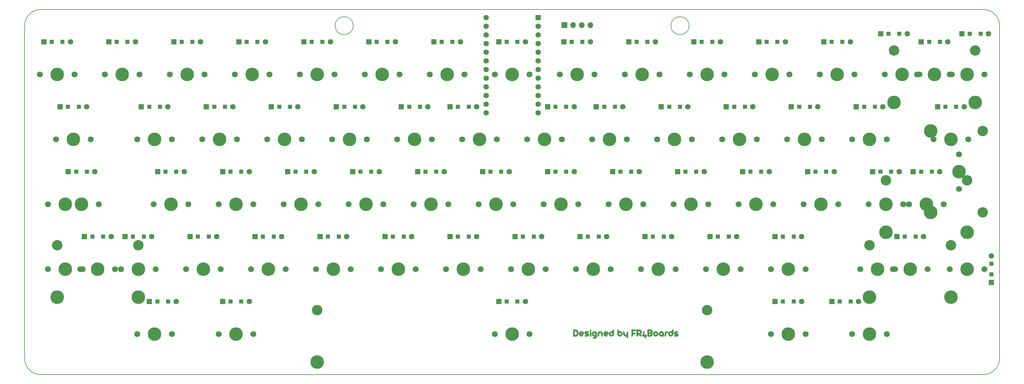
<source format=gts>
G04 #@! TF.GenerationSoftware,KiCad,Pcbnew,5.1.10-88a1d61d58~90~ubuntu21.04.1*
G04 #@! TF.CreationDate,2021-09-17T14:26:20+02:00*
G04 #@! TF.ProjectId,unix60pcb,756e6978-3630-4706-9362-2e6b69636164,rev?*
G04 #@! TF.SameCoordinates,Original*
G04 #@! TF.FileFunction,Soldermask,Top*
G04 #@! TF.FilePolarity,Negative*
%FSLAX46Y46*%
G04 Gerber Fmt 4.6, Leading zero omitted, Abs format (unit mm)*
G04 Created by KiCad (PCBNEW 5.1.10-88a1d61d58~90~ubuntu21.04.1) date 2021-09-17 14:26:20*
%MOMM*%
%LPD*%
G01*
G04 APERTURE LIST*
G04 #@! TA.AperFunction,Profile*
%ADD10C,0.150000*%
G04 #@! TD*
%ADD11C,0.010000*%
%ADD12C,1.600000*%
%ADD13R,1.600000X1.600000*%
%ADD14R,1.200000X1.200000*%
%ADD15R,1.700000X1.700000*%
%ADD16O,1.700000X1.700000*%
%ADD17C,3.987800*%
%ADD18C,1.750000*%
%ADD19C,3.048000*%
G04 APERTURE END LIST*
D10*
X260620800Y-88582500D02*
G75*
G03*
X260620800Y-88582500I-2650000J0D01*
G01*
X162196250Y-88582500D02*
G75*
G03*
X162196250Y-88582500I-2650000J0D01*
G01*
X70643750Y-83813650D02*
X346868750Y-83813650D01*
X65881250Y-88576150D02*
G75*
G02*
X70643750Y-83813650I4762500J0D01*
G01*
X346868750Y-83813650D02*
G75*
G02*
X351631250Y-88576150I0J-4762500D01*
G01*
X65881250Y-88576150D02*
X65881250Y-186207400D01*
X351631250Y-88576150D02*
X351631250Y-186207400D01*
X346868750Y-190969900D02*
X70643750Y-190969900D01*
X70643750Y-190969900D02*
G75*
G02*
X65881250Y-186207400I0J4762500D01*
G01*
X351631250Y-186207400D02*
G75*
G02*
X346868750Y-190969900I-4762500J0D01*
G01*
D11*
G36*
X231845016Y-177774200D02*
G01*
X231882697Y-177916413D01*
X231825533Y-178037333D01*
X231673424Y-178127223D01*
X231563393Y-178054187D01*
X231542590Y-178009371D01*
X231538839Y-177829615D01*
X231652118Y-177719569D01*
X231718021Y-177708984D01*
X231845016Y-177774200D01*
G37*
X231845016Y-177774200D02*
X231882697Y-177916413D01*
X231825533Y-178037333D01*
X231673424Y-178127223D01*
X231563393Y-178054187D01*
X231542590Y-178009371D01*
X231538839Y-177829615D01*
X231652118Y-177719569D01*
X231718021Y-177708984D01*
X231845016Y-177774200D01*
G36*
X256941704Y-178234077D02*
G01*
X257201170Y-178258812D01*
X257331903Y-178305922D01*
X257374450Y-178393569D01*
X257376083Y-178428650D01*
X257345043Y-178540192D01*
X257223651Y-178598691D01*
X257016250Y-178624018D01*
X256776439Y-178663183D01*
X256667886Y-178721958D01*
X256699860Y-178777891D01*
X256881626Y-178808531D01*
X256939627Y-178809650D01*
X257218263Y-178870287D01*
X257411043Y-179025648D01*
X257497401Y-179235913D01*
X257456771Y-179461258D01*
X257348249Y-179600861D01*
X257173837Y-179687549D01*
X256922322Y-179735618D01*
X256650920Y-179744162D01*
X256416843Y-179712273D01*
X256277305Y-179639043D01*
X256265256Y-179618038D01*
X256252927Y-179454487D01*
X256376418Y-179355190D01*
X256648011Y-179311893D01*
X256724913Y-179309145D01*
X257122083Y-179300640D01*
X256790046Y-179222782D01*
X256477333Y-179123617D01*
X256303114Y-178991574D01*
X256236629Y-178798922D01*
X256233083Y-178720664D01*
X256286010Y-178454352D01*
X256453483Y-178294431D01*
X256748538Y-178231949D01*
X256941704Y-178234077D01*
G37*
X256941704Y-178234077D02*
X257201170Y-178258812D01*
X257331903Y-178305922D01*
X257374450Y-178393569D01*
X257376083Y-178428650D01*
X257345043Y-178540192D01*
X257223651Y-178598691D01*
X257016250Y-178624018D01*
X256776439Y-178663183D01*
X256667886Y-178721958D01*
X256699860Y-178777891D01*
X256881626Y-178808531D01*
X256939627Y-178809650D01*
X257218263Y-178870287D01*
X257411043Y-179025648D01*
X257497401Y-179235913D01*
X257456771Y-179461258D01*
X257348249Y-179600861D01*
X257173837Y-179687549D01*
X256922322Y-179735618D01*
X256650920Y-179744162D01*
X256416843Y-179712273D01*
X256277305Y-179639043D01*
X256265256Y-179618038D01*
X256252927Y-179454487D01*
X256376418Y-179355190D01*
X256648011Y-179311893D01*
X256724913Y-179309145D01*
X257122083Y-179300640D01*
X256790046Y-179222782D01*
X256477333Y-179123617D01*
X256303114Y-178991574D01*
X256236629Y-178798922D01*
X256233083Y-178720664D01*
X256286010Y-178454352D01*
X256453483Y-178294431D01*
X256748538Y-178231949D01*
X256941704Y-178234077D01*
G36*
X255955714Y-177764587D02*
G01*
X255986331Y-177802479D01*
X256034414Y-177972532D01*
X256057600Y-178252436D01*
X256056554Y-178584650D01*
X256031943Y-178911633D01*
X255984431Y-179175844D01*
X255969904Y-179222922D01*
X255797583Y-179491727D01*
X255530390Y-179667596D01*
X255219394Y-179732947D01*
X254915661Y-179670198D01*
X254824257Y-179617356D01*
X254593853Y-179370198D01*
X254497909Y-179077154D01*
X254501395Y-179037264D01*
X254911488Y-179037264D01*
X254994064Y-179211589D01*
X255176765Y-179298736D01*
X255421825Y-179266258D01*
X255524846Y-179146969D01*
X255555750Y-178978984D01*
X255492976Y-178769239D01*
X255341345Y-178653010D01*
X255155889Y-178646021D01*
X254991641Y-178763996D01*
X254963083Y-178809650D01*
X254911488Y-179037264D01*
X254501395Y-179037264D01*
X254524154Y-178776856D01*
X254660315Y-178507936D01*
X254894122Y-178309028D01*
X255213302Y-178218765D01*
X255269076Y-178216984D01*
X255470246Y-178188412D01*
X255568371Y-178075731D01*
X255591427Y-178001691D01*
X255686356Y-177813033D01*
X255823487Y-177726078D01*
X255955714Y-177764587D01*
G37*
X255955714Y-177764587D02*
X255986331Y-177802479D01*
X256034414Y-177972532D01*
X256057600Y-178252436D01*
X256056554Y-178584650D01*
X256031943Y-178911633D01*
X255984431Y-179175844D01*
X255969904Y-179222922D01*
X255797583Y-179491727D01*
X255530390Y-179667596D01*
X255219394Y-179732947D01*
X254915661Y-179670198D01*
X254824257Y-179617356D01*
X254593853Y-179370198D01*
X254497909Y-179077154D01*
X254501395Y-179037264D01*
X254911488Y-179037264D01*
X254994064Y-179211589D01*
X255176765Y-179298736D01*
X255421825Y-179266258D01*
X255524846Y-179146969D01*
X255555750Y-178978984D01*
X255492976Y-178769239D01*
X255341345Y-178653010D01*
X255155889Y-178646021D01*
X254991641Y-178763996D01*
X254963083Y-178809650D01*
X254911488Y-179037264D01*
X254501395Y-179037264D01*
X254524154Y-178776856D01*
X254660315Y-178507936D01*
X254894122Y-178309028D01*
X255213302Y-178218765D01*
X255269076Y-178216984D01*
X255470246Y-178188412D01*
X255568371Y-178075731D01*
X255591427Y-178001691D01*
X255686356Y-177813033D01*
X255823487Y-177726078D01*
X255955714Y-177764587D01*
G36*
X254329804Y-178231183D02*
G01*
X254408027Y-178294010D01*
X254423146Y-178451181D01*
X254329002Y-178592442D01*
X254202391Y-178640317D01*
X254025788Y-178693860D01*
X253913368Y-178867739D01*
X253854021Y-179181827D01*
X253846665Y-179276705D01*
X253808824Y-179560734D01*
X253735969Y-179700217D01*
X253688954Y-179721982D01*
X253538383Y-179711169D01*
X253498454Y-179687466D01*
X253465290Y-179575643D01*
X253443740Y-179352039D01*
X253439083Y-179170026D01*
X253453285Y-178877609D01*
X253512706Y-178681442D01*
X253642563Y-178509628D01*
X253686570Y-178464471D01*
X253907169Y-178302612D01*
X254138852Y-178220769D01*
X254329804Y-178231183D01*
G37*
X254329804Y-178231183D02*
X254408027Y-178294010D01*
X254423146Y-178451181D01*
X254329002Y-178592442D01*
X254202391Y-178640317D01*
X254025788Y-178693860D01*
X253913368Y-178867739D01*
X253854021Y-179181827D01*
X253846665Y-179276705D01*
X253808824Y-179560734D01*
X253735969Y-179700217D01*
X253688954Y-179721982D01*
X253538383Y-179711169D01*
X253498454Y-179687466D01*
X253465290Y-179575643D01*
X253443740Y-179352039D01*
X253439083Y-179170026D01*
X253453285Y-178877609D01*
X253512706Y-178681442D01*
X253642563Y-178509628D01*
X253686570Y-178464471D01*
X253907169Y-178302612D01*
X254138852Y-178220769D01*
X254329804Y-178231183D01*
G36*
X252892038Y-178352912D02*
G01*
X253026554Y-178468762D01*
X253170507Y-178630304D01*
X253241754Y-178784591D01*
X253260276Y-178997016D01*
X253252874Y-179209477D01*
X253227416Y-179698414D01*
X252734575Y-179720203D01*
X252442381Y-179723881D01*
X252253682Y-179689391D01*
X252103638Y-179596937D01*
X251993741Y-179494001D01*
X251787645Y-179197465D01*
X251773073Y-179079696D01*
X252195182Y-179079696D01*
X252257125Y-179194717D01*
X252443539Y-179306521D01*
X252652322Y-179279028D01*
X252758374Y-179194717D01*
X252833449Y-178991367D01*
X252762266Y-178788170D01*
X252655916Y-178692158D01*
X252466199Y-178649108D01*
X252302135Y-178729637D01*
X252199779Y-178888311D01*
X252195182Y-179079696D01*
X251773073Y-179079696D01*
X251750170Y-178894598D01*
X251881322Y-178594290D01*
X251993237Y-178464471D01*
X252289155Y-178258553D01*
X252591275Y-178221377D01*
X252892038Y-178352912D01*
G37*
X252892038Y-178352912D02*
X253026554Y-178468762D01*
X253170507Y-178630304D01*
X253241754Y-178784591D01*
X253260276Y-178997016D01*
X253252874Y-179209477D01*
X253227416Y-179698414D01*
X252734575Y-179720203D01*
X252442381Y-179723881D01*
X252253682Y-179689391D01*
X252103638Y-179596937D01*
X251993741Y-179494001D01*
X251787645Y-179197465D01*
X251773073Y-179079696D01*
X252195182Y-179079696D01*
X252257125Y-179194717D01*
X252443539Y-179306521D01*
X252652322Y-179279028D01*
X252758374Y-179194717D01*
X252833449Y-178991367D01*
X252762266Y-178788170D01*
X252655916Y-178692158D01*
X252466199Y-178649108D01*
X252302135Y-178729637D01*
X252199779Y-178888311D01*
X252195182Y-179079696D01*
X251773073Y-179079696D01*
X251750170Y-178894598D01*
X251881322Y-178594290D01*
X251993237Y-178464471D01*
X252289155Y-178258553D01*
X252591275Y-178221377D01*
X252892038Y-178352912D01*
G36*
X251113636Y-178291184D02*
G01*
X251373992Y-178485505D01*
X251538698Y-178757527D01*
X251573723Y-178965343D01*
X251501779Y-179311447D01*
X251316933Y-179564501D01*
X251055565Y-179709420D01*
X250754055Y-179731121D01*
X250448783Y-179614520D01*
X250299903Y-179493496D01*
X250099393Y-179211464D01*
X250072767Y-179079696D01*
X250501848Y-179079696D01*
X250563792Y-179194717D01*
X250750206Y-179306521D01*
X250958988Y-179279028D01*
X251065041Y-179194717D01*
X251140116Y-178991367D01*
X251068932Y-178788170D01*
X250962583Y-178692158D01*
X250772865Y-178649108D01*
X250608802Y-178729637D01*
X250506445Y-178888311D01*
X250501848Y-179079696D01*
X250072767Y-179079696D01*
X250052416Y-178978984D01*
X250126970Y-178695495D01*
X250318198Y-178441568D01*
X250577451Y-178266698D01*
X250801407Y-178216984D01*
X251113636Y-178291184D01*
G37*
X251113636Y-178291184D02*
X251373992Y-178485505D01*
X251538698Y-178757527D01*
X251573723Y-178965343D01*
X251501779Y-179311447D01*
X251316933Y-179564501D01*
X251055565Y-179709420D01*
X250754055Y-179731121D01*
X250448783Y-179614520D01*
X250299903Y-179493496D01*
X250099393Y-179211464D01*
X250072767Y-179079696D01*
X250501848Y-179079696D01*
X250563792Y-179194717D01*
X250750206Y-179306521D01*
X250958988Y-179279028D01*
X251065041Y-179194717D01*
X251140116Y-178991367D01*
X251068932Y-178788170D01*
X250962583Y-178692158D01*
X250772865Y-178649108D01*
X250608802Y-178729637D01*
X250506445Y-178888311D01*
X250501848Y-179079696D01*
X250072767Y-179079696D01*
X250052416Y-178978984D01*
X250126970Y-178695495D01*
X250318198Y-178441568D01*
X250577451Y-178266698D01*
X250801407Y-178216984D01*
X251113636Y-178291184D01*
G36*
X249601098Y-177781834D02*
G01*
X249757277Y-177918833D01*
X249837386Y-178162727D01*
X249864274Y-178539055D01*
X249865264Y-178728019D01*
X249849739Y-179157712D01*
X249791912Y-179446414D01*
X249668233Y-179621422D01*
X249455151Y-179710036D01*
X249129117Y-179739557D01*
X248991426Y-179740984D01*
X248640421Y-179725468D01*
X248444575Y-179677494D01*
X248395627Y-179629426D01*
X248380002Y-179501961D01*
X248371809Y-179246496D01*
X248371810Y-179105984D01*
X248782416Y-179105984D01*
X248798311Y-179249954D01*
X248878720Y-179305808D01*
X249072726Y-179303787D01*
X249099916Y-179301594D01*
X249315972Y-179264280D01*
X249406096Y-179183409D01*
X249417416Y-179105984D01*
X249380980Y-178987738D01*
X249243332Y-178928280D01*
X249099916Y-178910373D01*
X248892026Y-178904275D01*
X248802582Y-178953067D01*
X248782499Y-179086988D01*
X248782416Y-179105984D01*
X248371810Y-179105984D01*
X248371813Y-178904236D01*
X248377117Y-178634593D01*
X248385111Y-178343984D01*
X248782416Y-178343984D01*
X248798311Y-178487954D01*
X248878720Y-178543808D01*
X249072726Y-178541787D01*
X249099916Y-178539594D01*
X249315972Y-178502280D01*
X249406096Y-178421409D01*
X249417416Y-178343984D01*
X249380980Y-178225738D01*
X249243332Y-178166280D01*
X249099916Y-178148373D01*
X248892026Y-178142275D01*
X248802582Y-178191067D01*
X248782499Y-178324988D01*
X248782416Y-178343984D01*
X248385111Y-178343984D01*
X248401416Y-177751317D01*
X248969134Y-177726368D01*
X249345999Y-177726192D01*
X249601098Y-177781834D01*
G37*
X249601098Y-177781834D02*
X249757277Y-177918833D01*
X249837386Y-178162727D01*
X249864274Y-178539055D01*
X249865264Y-178728019D01*
X249849739Y-179157712D01*
X249791912Y-179446414D01*
X249668233Y-179621422D01*
X249455151Y-179710036D01*
X249129117Y-179739557D01*
X248991426Y-179740984D01*
X248640421Y-179725468D01*
X248444575Y-179677494D01*
X248395627Y-179629426D01*
X248380002Y-179501961D01*
X248371809Y-179246496D01*
X248371810Y-179105984D01*
X248782416Y-179105984D01*
X248798311Y-179249954D01*
X248878720Y-179305808D01*
X249072726Y-179303787D01*
X249099916Y-179301594D01*
X249315972Y-179264280D01*
X249406096Y-179183409D01*
X249417416Y-179105984D01*
X249380980Y-178987738D01*
X249243332Y-178928280D01*
X249099916Y-178910373D01*
X248892026Y-178904275D01*
X248802582Y-178953067D01*
X248782499Y-179086988D01*
X248782416Y-179105984D01*
X248371810Y-179105984D01*
X248371813Y-178904236D01*
X248377117Y-178634593D01*
X248385111Y-178343984D01*
X248782416Y-178343984D01*
X248798311Y-178487954D01*
X248878720Y-178543808D01*
X249072726Y-178541787D01*
X249099916Y-178539594D01*
X249315972Y-178502280D01*
X249406096Y-178421409D01*
X249417416Y-178343984D01*
X249380980Y-178225738D01*
X249243332Y-178166280D01*
X249099916Y-178148373D01*
X248892026Y-178142275D01*
X248802582Y-178191067D01*
X248782499Y-178324988D01*
X248782416Y-178343984D01*
X248385111Y-178343984D01*
X248401416Y-177751317D01*
X248969134Y-177726368D01*
X249345999Y-177726192D01*
X249601098Y-177781834D01*
G36*
X246057038Y-177721470D02*
G01*
X246258791Y-177770546D01*
X246412868Y-177873632D01*
X246454488Y-177913359D01*
X246668643Y-178206835D01*
X246717270Y-178505922D01*
X246603403Y-178832395D01*
X246586568Y-178861701D01*
X246477244Y-179062795D01*
X246454490Y-179184074D01*
X246512796Y-179287832D01*
X246545568Y-179325184D01*
X246633540Y-179498242D01*
X246614960Y-179656555D01*
X246500570Y-179738933D01*
X246472580Y-179740984D01*
X246346282Y-179683951D01*
X246170505Y-179541690D01*
X246115416Y-179486984D01*
X245940104Y-179327443D01*
X245799471Y-179239174D01*
X245771492Y-179232984D01*
X245686303Y-179306318D01*
X245620905Y-179483099D01*
X245620116Y-179486984D01*
X245531020Y-179670598D01*
X245391539Y-179747059D01*
X245254008Y-179701646D01*
X245193141Y-179607059D01*
X245167501Y-179452337D01*
X245150955Y-179179468D01*
X245143505Y-178839396D01*
X245145149Y-178483062D01*
X245145552Y-178470984D01*
X245649750Y-178470984D01*
X245683558Y-178713509D01*
X245798509Y-178815928D01*
X246014888Y-178790943D01*
X246108491Y-178758258D01*
X246211513Y-178638969D01*
X246242416Y-178470984D01*
X246187495Y-178259884D01*
X246011922Y-178152549D01*
X245812158Y-178132317D01*
X245705382Y-178163301D01*
X245658331Y-178285086D01*
X245649750Y-178470984D01*
X245145552Y-178470984D01*
X245155888Y-178161410D01*
X245175722Y-177925381D01*
X245193141Y-177842908D01*
X245271112Y-177762396D01*
X245449264Y-177720538D01*
X245747323Y-177708984D01*
X246057038Y-177721470D01*
G37*
X246057038Y-177721470D02*
X246258791Y-177770546D01*
X246412868Y-177873632D01*
X246454488Y-177913359D01*
X246668643Y-178206835D01*
X246717270Y-178505922D01*
X246603403Y-178832395D01*
X246586568Y-178861701D01*
X246477244Y-179062795D01*
X246454490Y-179184074D01*
X246512796Y-179287832D01*
X246545568Y-179325184D01*
X246633540Y-179498242D01*
X246614960Y-179656555D01*
X246500570Y-179738933D01*
X246472580Y-179740984D01*
X246346282Y-179683951D01*
X246170505Y-179541690D01*
X246115416Y-179486984D01*
X245940104Y-179327443D01*
X245799471Y-179239174D01*
X245771492Y-179232984D01*
X245686303Y-179306318D01*
X245620905Y-179483099D01*
X245620116Y-179486984D01*
X245531020Y-179670598D01*
X245391539Y-179747059D01*
X245254008Y-179701646D01*
X245193141Y-179607059D01*
X245167501Y-179452337D01*
X245150955Y-179179468D01*
X245143505Y-178839396D01*
X245145149Y-178483062D01*
X245145552Y-178470984D01*
X245649750Y-178470984D01*
X245683558Y-178713509D01*
X245798509Y-178815928D01*
X246014888Y-178790943D01*
X246108491Y-178758258D01*
X246211513Y-178638969D01*
X246242416Y-178470984D01*
X246187495Y-178259884D01*
X246011922Y-178152549D01*
X245812158Y-178132317D01*
X245705382Y-178163301D01*
X245658331Y-178285086D01*
X245649750Y-178470984D01*
X245145552Y-178470984D01*
X245155888Y-178161410D01*
X245175722Y-177925381D01*
X245193141Y-177842908D01*
X245271112Y-177762396D01*
X245449264Y-177720538D01*
X245747323Y-177708984D01*
X246057038Y-177721470D01*
G36*
X244704417Y-177755316D02*
G01*
X244894913Y-177773553D01*
X244986328Y-177815385D01*
X245013754Y-177890169D01*
X245014750Y-177920650D01*
X244990559Y-178022258D01*
X244891167Y-178079028D01*
X244676344Y-178108602D01*
X244570250Y-178115575D01*
X244311681Y-178136112D01*
X244179779Y-178176583D01*
X244132000Y-178263326D01*
X244125750Y-178390741D01*
X244140138Y-178552356D01*
X244216004Y-178623094D01*
X244402401Y-178640096D01*
X244455358Y-178640317D01*
X244681325Y-178665429D01*
X244813563Y-178729004D01*
X244823886Y-178746150D01*
X244833323Y-178931014D01*
X244694953Y-179036074D01*
X244462472Y-179063650D01*
X244249658Y-179074534D01*
X244152207Y-179139439D01*
X244116242Y-179306748D01*
X244109694Y-179380446D01*
X244053015Y-179594363D01*
X243948195Y-179723718D01*
X243831378Y-179743462D01*
X243741361Y-179635684D01*
X243724725Y-179505449D01*
X243715738Y-179247578D01*
X243715267Y-178903633D01*
X243720450Y-178634593D01*
X243744750Y-177751317D01*
X244379750Y-177751317D01*
X244704417Y-177755316D01*
G37*
X244704417Y-177755316D02*
X244894913Y-177773553D01*
X244986328Y-177815385D01*
X245013754Y-177890169D01*
X245014750Y-177920650D01*
X244990559Y-178022258D01*
X244891167Y-178079028D01*
X244676344Y-178108602D01*
X244570250Y-178115575D01*
X244311681Y-178136112D01*
X244179779Y-178176583D01*
X244132000Y-178263326D01*
X244125750Y-178390741D01*
X244140138Y-178552356D01*
X244216004Y-178623094D01*
X244402401Y-178640096D01*
X244455358Y-178640317D01*
X244681325Y-178665429D01*
X244813563Y-178729004D01*
X244823886Y-178746150D01*
X244833323Y-178931014D01*
X244694953Y-179036074D01*
X244462472Y-179063650D01*
X244249658Y-179074534D01*
X244152207Y-179139439D01*
X244116242Y-179306748D01*
X244109694Y-179380446D01*
X244053015Y-179594363D01*
X243948195Y-179723718D01*
X243831378Y-179743462D01*
X243741361Y-179635684D01*
X243724725Y-179505449D01*
X243715738Y-179247578D01*
X243715267Y-178903633D01*
X243720450Y-178634593D01*
X243744750Y-177751317D01*
X244379750Y-177751317D01*
X244704417Y-177755316D01*
G36*
X239828642Y-177780712D02*
G01*
X239943840Y-177919955D01*
X239977083Y-178089916D01*
X240000980Y-178207325D01*
X240104611Y-178244671D01*
X240270953Y-178233340D01*
X240566142Y-178276253D01*
X240828849Y-178446551D01*
X241014179Y-178702743D01*
X241077750Y-178978984D01*
X241001490Y-179268529D01*
X240805146Y-179523654D01*
X240537365Y-179695710D01*
X240315750Y-179740984D01*
X240023852Y-179665426D01*
X239801237Y-179493496D01*
X239680065Y-179361552D01*
X239606629Y-179232833D01*
X239573130Y-179079696D01*
X240003182Y-179079696D01*
X240065125Y-179194717D01*
X240251539Y-179306521D01*
X240460322Y-179279028D01*
X240566374Y-179194717D01*
X240641449Y-178991367D01*
X240570266Y-178788170D01*
X240463916Y-178692158D01*
X240274199Y-178649108D01*
X240110135Y-178729637D01*
X240007779Y-178888311D01*
X240003182Y-179079696D01*
X239573130Y-179079696D01*
X239569039Y-179060999D01*
X239555406Y-178799709D01*
X239553750Y-178528888D01*
X239562032Y-178146531D01*
X239589413Y-177907989D01*
X239639695Y-177788440D01*
X239670432Y-177766991D01*
X239828642Y-177780712D01*
G37*
X239828642Y-177780712D02*
X239943840Y-177919955D01*
X239977083Y-178089916D01*
X240000980Y-178207325D01*
X240104611Y-178244671D01*
X240270953Y-178233340D01*
X240566142Y-178276253D01*
X240828849Y-178446551D01*
X241014179Y-178702743D01*
X241077750Y-178978984D01*
X241001490Y-179268529D01*
X240805146Y-179523654D01*
X240537365Y-179695710D01*
X240315750Y-179740984D01*
X240023852Y-179665426D01*
X239801237Y-179493496D01*
X239680065Y-179361552D01*
X239606629Y-179232833D01*
X239573130Y-179079696D01*
X240003182Y-179079696D01*
X240065125Y-179194717D01*
X240251539Y-179306521D01*
X240460322Y-179279028D01*
X240566374Y-179194717D01*
X240641449Y-178991367D01*
X240570266Y-178788170D01*
X240463916Y-178692158D01*
X240274199Y-178649108D01*
X240110135Y-178729637D01*
X240007779Y-178888311D01*
X240003182Y-179079696D01*
X239573130Y-179079696D01*
X239569039Y-179060999D01*
X239555406Y-178799709D01*
X239553750Y-178528888D01*
X239562032Y-178146531D01*
X239589413Y-177907989D01*
X239639695Y-177788440D01*
X239670432Y-177766991D01*
X239828642Y-177780712D01*
G36*
X238492572Y-177765626D02*
G01*
X238544901Y-177830198D01*
X238576195Y-177977498D01*
X238594913Y-178239992D01*
X238604592Y-178495320D01*
X238613739Y-178854693D01*
X238605659Y-179089453D01*
X238570213Y-179244170D01*
X238497259Y-179363417D01*
X238378272Y-179490154D01*
X238080910Y-179697965D01*
X237778366Y-179737099D01*
X237478528Y-179607530D01*
X237345903Y-179493496D01*
X237139851Y-179198086D01*
X237125239Y-179079696D01*
X237547848Y-179079696D01*
X237609792Y-179194717D01*
X237796206Y-179306521D01*
X238004988Y-179279028D01*
X238111041Y-179194717D01*
X238186116Y-178991367D01*
X238114932Y-178788170D01*
X238008583Y-178692158D01*
X237818865Y-178649108D01*
X237654802Y-178729637D01*
X237552445Y-178888311D01*
X237547848Y-179079696D01*
X237125239Y-179079696D01*
X237102669Y-178896834D01*
X237234306Y-178595696D01*
X237354879Y-178455495D01*
X237559425Y-178285123D01*
X237751139Y-178226502D01*
X237901151Y-178232866D01*
X238097931Y-178242049D01*
X238184353Y-178179875D01*
X238216188Y-178009008D01*
X238266545Y-177817115D01*
X238384095Y-177752389D01*
X238410750Y-177751317D01*
X238492572Y-177765626D01*
G37*
X238492572Y-177765626D02*
X238544901Y-177830198D01*
X238576195Y-177977498D01*
X238594913Y-178239992D01*
X238604592Y-178495320D01*
X238613739Y-178854693D01*
X238605659Y-179089453D01*
X238570213Y-179244170D01*
X238497259Y-179363417D01*
X238378272Y-179490154D01*
X238080910Y-179697965D01*
X237778366Y-179737099D01*
X237478528Y-179607530D01*
X237345903Y-179493496D01*
X237139851Y-179198086D01*
X237125239Y-179079696D01*
X237547848Y-179079696D01*
X237609792Y-179194717D01*
X237796206Y-179306521D01*
X238004988Y-179279028D01*
X238111041Y-179194717D01*
X238186116Y-178991367D01*
X238114932Y-178788170D01*
X238008583Y-178692158D01*
X237818865Y-178649108D01*
X237654802Y-178729637D01*
X237552445Y-178888311D01*
X237547848Y-179079696D01*
X237125239Y-179079696D01*
X237102669Y-178896834D01*
X237234306Y-178595696D01*
X237354879Y-178455495D01*
X237559425Y-178285123D01*
X237751139Y-178226502D01*
X237901151Y-178232866D01*
X238097931Y-178242049D01*
X238184353Y-178179875D01*
X238216188Y-178009008D01*
X238266545Y-177817115D01*
X238384095Y-177752389D01*
X238410750Y-177751317D01*
X238492572Y-177765626D01*
G36*
X236503003Y-178279609D02*
G01*
X236742903Y-178438232D01*
X236924495Y-178648970D01*
X237000825Y-178867939D01*
X236998544Y-178914932D01*
X236963123Y-179024050D01*
X236868377Y-179089601D01*
X236673235Y-179129756D01*
X236463416Y-179151724D01*
X236201208Y-179185595D01*
X236074098Y-179225407D01*
X236085654Y-179259735D01*
X236271225Y-179300098D01*
X236420850Y-179298662D01*
X236596760Y-179326053D01*
X236658776Y-179434505D01*
X236633142Y-179612047D01*
X236494402Y-179715049D01*
X236282726Y-179740938D01*
X236038287Y-179687144D01*
X235801256Y-179551095D01*
X235737237Y-179493496D01*
X235536727Y-179211464D01*
X235489750Y-178978984D01*
X235556647Y-178724984D01*
X236040083Y-178724984D01*
X236073505Y-178784648D01*
X236239233Y-178809572D01*
X236251750Y-178809650D01*
X236423853Y-178787105D01*
X236465662Y-178729013D01*
X236463416Y-178724984D01*
X236343645Y-178653118D01*
X236251750Y-178640317D01*
X236091755Y-178680358D01*
X236040083Y-178724984D01*
X235556647Y-178724984D01*
X235566009Y-178689438D01*
X235762353Y-178434313D01*
X236030134Y-178262257D01*
X236251750Y-178216983D01*
X236503003Y-178279609D01*
G37*
X236503003Y-178279609D02*
X236742903Y-178438232D01*
X236924495Y-178648970D01*
X237000825Y-178867939D01*
X236998544Y-178914932D01*
X236963123Y-179024050D01*
X236868377Y-179089601D01*
X236673235Y-179129756D01*
X236463416Y-179151724D01*
X236201208Y-179185595D01*
X236074098Y-179225407D01*
X236085654Y-179259735D01*
X236271225Y-179300098D01*
X236420850Y-179298662D01*
X236596760Y-179326053D01*
X236658776Y-179434505D01*
X236633142Y-179612047D01*
X236494402Y-179715049D01*
X236282726Y-179740938D01*
X236038287Y-179687144D01*
X235801256Y-179551095D01*
X235737237Y-179493496D01*
X235536727Y-179211464D01*
X235489750Y-178978984D01*
X235556647Y-178724984D01*
X236040083Y-178724984D01*
X236073505Y-178784648D01*
X236239233Y-178809572D01*
X236251750Y-178809650D01*
X236423853Y-178787105D01*
X236465662Y-178729013D01*
X236463416Y-178724984D01*
X236343645Y-178653118D01*
X236251750Y-178640317D01*
X236091755Y-178680358D01*
X236040083Y-178724984D01*
X235556647Y-178724984D01*
X235566009Y-178689438D01*
X235762353Y-178434313D01*
X236030134Y-178262257D01*
X236251750Y-178216983D01*
X236503003Y-178279609D01*
G36*
X234822007Y-178290748D02*
G01*
X235077220Y-178468762D01*
X235221158Y-178630280D01*
X235292409Y-178784541D01*
X235310945Y-178996920D01*
X235303541Y-179209595D01*
X235281503Y-179488057D01*
X235242194Y-179636075D01*
X235170128Y-179692534D01*
X235108750Y-179698650D01*
X235006943Y-179673193D01*
X234946165Y-179570618D01*
X234908213Y-179351621D01*
X234897083Y-179241594D01*
X234821803Y-178883280D01*
X234694464Y-178674348D01*
X234542500Y-178614826D01*
X234393346Y-178704746D01*
X234274438Y-178944136D01*
X234219750Y-179240860D01*
X234173161Y-179541334D01*
X234099223Y-179694018D01*
X234046288Y-179722010D01*
X233895712Y-179711170D01*
X233855788Y-179687466D01*
X233814052Y-179558383D01*
X233798634Y-179323078D01*
X233806916Y-179042176D01*
X233836283Y-178776298D01*
X233884119Y-178586067D01*
X233904942Y-178548313D01*
X234177880Y-178312914D01*
X234496525Y-178226180D01*
X234822007Y-178290748D01*
G37*
X234822007Y-178290748D02*
X235077220Y-178468762D01*
X235221158Y-178630280D01*
X235292409Y-178784541D01*
X235310945Y-178996920D01*
X235303541Y-179209595D01*
X235281503Y-179488057D01*
X235242194Y-179636075D01*
X235170128Y-179692534D01*
X235108750Y-179698650D01*
X235006943Y-179673193D01*
X234946165Y-179570618D01*
X234908213Y-179351621D01*
X234897083Y-179241594D01*
X234821803Y-178883280D01*
X234694464Y-178674348D01*
X234542500Y-178614826D01*
X234393346Y-178704746D01*
X234274438Y-178944136D01*
X234219750Y-179240860D01*
X234173161Y-179541334D01*
X234099223Y-179694018D01*
X234046288Y-179722010D01*
X233895712Y-179711170D01*
X233855788Y-179687466D01*
X233814052Y-179558383D01*
X233798634Y-179323078D01*
X233806916Y-179042176D01*
X233836283Y-178776298D01*
X233884119Y-178586067D01*
X233904942Y-178548313D01*
X234177880Y-178312914D01*
X234496525Y-178226180D01*
X234822007Y-178290748D01*
G36*
X231799460Y-178257741D02*
G01*
X231856331Y-178310479D01*
X231896446Y-178459200D01*
X231921930Y-178717000D01*
X231931585Y-179024160D01*
X231924212Y-179320958D01*
X231898612Y-179547675D01*
X231882358Y-179607059D01*
X231767370Y-179726909D01*
X231612775Y-179718821D01*
X231566861Y-179684539D01*
X231540221Y-179578552D01*
X231520355Y-179348365D01*
X231510789Y-179039080D01*
X231510416Y-178962215D01*
X231517374Y-178611142D01*
X231542465Y-178395489D01*
X231592013Y-178281752D01*
X231645961Y-178244322D01*
X231799460Y-178257741D01*
G37*
X231799460Y-178257741D02*
X231856331Y-178310479D01*
X231896446Y-178459200D01*
X231921930Y-178717000D01*
X231931585Y-179024160D01*
X231924212Y-179320958D01*
X231898612Y-179547675D01*
X231882358Y-179607059D01*
X231767370Y-179726909D01*
X231612775Y-179718821D01*
X231566861Y-179684539D01*
X231540221Y-179578552D01*
X231520355Y-179348365D01*
X231510789Y-179039080D01*
X231510416Y-178962215D01*
X231517374Y-178611142D01*
X231542465Y-178395489D01*
X231592013Y-178281752D01*
X231645961Y-178244322D01*
X231799460Y-178257741D01*
G36*
X231058340Y-178245641D02*
G01*
X231190125Y-178318058D01*
X231198408Y-178333666D01*
X231188334Y-178491993D01*
X231033227Y-178598490D01*
X230752877Y-178640161D01*
X230731483Y-178640317D01*
X230525752Y-178660016D01*
X230415586Y-178708937D01*
X230409750Y-178724984D01*
X230483875Y-178782206D01*
X230664849Y-178809312D01*
X230689901Y-178809650D01*
X230934644Y-178843125D01*
X231123817Y-178922086D01*
X231246902Y-179103801D01*
X231269345Y-179342659D01*
X231191145Y-179559623D01*
X231123817Y-179628547D01*
X230957540Y-179692044D01*
X230706870Y-179729093D01*
X230431071Y-179738397D01*
X230189402Y-179718655D01*
X230041126Y-179668568D01*
X230026457Y-179652608D01*
X230019132Y-179515109D01*
X230147282Y-179397514D01*
X230377084Y-179323082D01*
X230525950Y-179309145D01*
X230875416Y-179300640D01*
X230536750Y-179222638D01*
X230230538Y-179096570D01*
X230039238Y-178904619D01*
X229977197Y-178678182D01*
X230058761Y-178448654D01*
X230141250Y-178357106D01*
X230313492Y-178271631D01*
X230562262Y-178223708D01*
X230829798Y-178214618D01*
X231058340Y-178245641D01*
G37*
X231058340Y-178245641D02*
X231190125Y-178318058D01*
X231198408Y-178333666D01*
X231188334Y-178491993D01*
X231033227Y-178598490D01*
X230752877Y-178640161D01*
X230731483Y-178640317D01*
X230525752Y-178660016D01*
X230415586Y-178708937D01*
X230409750Y-178724984D01*
X230483875Y-178782206D01*
X230664849Y-178809312D01*
X230689901Y-178809650D01*
X230934644Y-178843125D01*
X231123817Y-178922086D01*
X231246902Y-179103801D01*
X231269345Y-179342659D01*
X231191145Y-179559623D01*
X231123817Y-179628547D01*
X230957540Y-179692044D01*
X230706870Y-179729093D01*
X230431071Y-179738397D01*
X230189402Y-179718655D01*
X230041126Y-179668568D01*
X230026457Y-179652608D01*
X230019132Y-179515109D01*
X230147282Y-179397514D01*
X230377084Y-179323082D01*
X230525950Y-179309145D01*
X230875416Y-179300640D01*
X230536750Y-179222638D01*
X230230538Y-179096570D01*
X230039238Y-178904619D01*
X229977197Y-178678182D01*
X230058761Y-178448654D01*
X230141250Y-178357106D01*
X230313492Y-178271631D01*
X230562262Y-178223708D01*
X230829798Y-178214618D01*
X231058340Y-178245641D01*
G36*
X229459662Y-178362699D02*
G01*
X229561116Y-178439988D01*
X229748935Y-178641978D01*
X229803571Y-178837902D01*
X229800446Y-178884488D01*
X229772552Y-179008793D01*
X229697561Y-179080828D01*
X229533755Y-179121216D01*
X229266750Y-179148317D01*
X228990140Y-179182616D01*
X228860720Y-179225456D01*
X228869395Y-179262121D01*
X229033657Y-179299353D01*
X229177207Y-179284106D01*
X229395756Y-179298735D01*
X229486699Y-179369964D01*
X229550420Y-179489909D01*
X229478477Y-179592072D01*
X229437871Y-179623145D01*
X229152445Y-179736458D01*
X228845708Y-179695982D01*
X228554348Y-179507019D01*
X228540570Y-179493496D01*
X228334779Y-179197107D01*
X228297601Y-178894180D01*
X228371631Y-178724984D01*
X228843416Y-178724984D01*
X228876838Y-178784648D01*
X229042566Y-178809572D01*
X229055083Y-178809650D01*
X229227186Y-178787105D01*
X229268996Y-178729013D01*
X229266750Y-178724984D01*
X229146978Y-178653118D01*
X229055083Y-178640317D01*
X228895088Y-178680358D01*
X228843416Y-178724984D01*
X228371631Y-178724984D01*
X228429034Y-178593790D01*
X228540570Y-178464471D01*
X228834933Y-178261866D01*
X229142266Y-178227919D01*
X229459662Y-178362699D01*
G37*
X229459662Y-178362699D02*
X229561116Y-178439988D01*
X229748935Y-178641978D01*
X229803571Y-178837902D01*
X229800446Y-178884488D01*
X229772552Y-179008793D01*
X229697561Y-179080828D01*
X229533755Y-179121216D01*
X229266750Y-179148317D01*
X228990140Y-179182616D01*
X228860720Y-179225456D01*
X228869395Y-179262121D01*
X229033657Y-179299353D01*
X229177207Y-179284106D01*
X229395756Y-179298735D01*
X229486699Y-179369964D01*
X229550420Y-179489909D01*
X229478477Y-179592072D01*
X229437871Y-179623145D01*
X229152445Y-179736458D01*
X228845708Y-179695982D01*
X228554348Y-179507019D01*
X228540570Y-179493496D01*
X228334779Y-179197107D01*
X228297601Y-178894180D01*
X228371631Y-178724984D01*
X228843416Y-178724984D01*
X228876838Y-178784648D01*
X229042566Y-178809572D01*
X229055083Y-178809650D01*
X229227186Y-178787105D01*
X229268996Y-178729013D01*
X229266750Y-178724984D01*
X229146978Y-178653118D01*
X229055083Y-178640317D01*
X228895088Y-178680358D01*
X228843416Y-178724984D01*
X228371631Y-178724984D01*
X228429034Y-178593790D01*
X228540570Y-178464471D01*
X228834933Y-178261866D01*
X229142266Y-178227919D01*
X229459662Y-178362699D01*
G36*
X227500359Y-177723676D02*
G01*
X227708813Y-177780406D01*
X227879434Y-177898154D01*
X227899720Y-177916607D01*
X228018888Y-178044428D01*
X228086427Y-178184689D01*
X228116619Y-178388916D01*
X228123742Y-178708636D01*
X228123750Y-178724984D01*
X228117268Y-179050547D01*
X228088305Y-179258503D01*
X228022580Y-179400376D01*
X227905813Y-179527693D01*
X227899720Y-179533360D01*
X227727658Y-179660202D01*
X227524510Y-179722947D01*
X227224657Y-179740903D01*
X227194164Y-179740984D01*
X226921998Y-179731763D01*
X226723299Y-179707962D01*
X226656194Y-179684539D01*
X226631057Y-179578510D01*
X226613417Y-179347720D01*
X226603397Y-179036582D01*
X226601351Y-178724984D01*
X227023083Y-178724984D01*
X227025546Y-179034467D01*
X227042790Y-179211568D01*
X227089596Y-179293240D01*
X227180743Y-179316432D01*
X227260149Y-179317650D01*
X227471699Y-179283341D01*
X227598816Y-179216050D01*
X227660355Y-179074411D01*
X227696456Y-178836435D01*
X227700416Y-178724983D01*
X227669324Y-178402814D01*
X227563692Y-178215501D01*
X227364990Y-178138100D01*
X227260149Y-178132317D01*
X227136356Y-178138475D01*
X227065516Y-178181586D01*
X227032847Y-178298599D01*
X227023570Y-178526467D01*
X227023083Y-178724984D01*
X226601351Y-178724984D01*
X226601118Y-178689509D01*
X226606701Y-178350913D01*
X226620270Y-178065206D01*
X226641945Y-177876800D01*
X226651141Y-177842908D01*
X226731468Y-177761033D01*
X226914894Y-177719294D01*
X227189111Y-177708984D01*
X227500359Y-177723676D01*
G37*
X227500359Y-177723676D02*
X227708813Y-177780406D01*
X227879434Y-177898154D01*
X227899720Y-177916607D01*
X228018888Y-178044428D01*
X228086427Y-178184689D01*
X228116619Y-178388916D01*
X228123742Y-178708636D01*
X228123750Y-178724984D01*
X228117268Y-179050547D01*
X228088305Y-179258503D01*
X228022580Y-179400376D01*
X227905813Y-179527693D01*
X227899720Y-179533360D01*
X227727658Y-179660202D01*
X227524510Y-179722947D01*
X227224657Y-179740903D01*
X227194164Y-179740984D01*
X226921998Y-179731763D01*
X226723299Y-179707962D01*
X226656194Y-179684539D01*
X226631057Y-179578510D01*
X226613417Y-179347720D01*
X226603397Y-179036582D01*
X226601351Y-178724984D01*
X227023083Y-178724984D01*
X227025546Y-179034467D01*
X227042790Y-179211568D01*
X227089596Y-179293240D01*
X227180743Y-179316432D01*
X227260149Y-179317650D01*
X227471699Y-179283341D01*
X227598816Y-179216050D01*
X227660355Y-179074411D01*
X227696456Y-178836435D01*
X227700416Y-178724983D01*
X227669324Y-178402814D01*
X227563692Y-178215501D01*
X227364990Y-178138100D01*
X227260149Y-178132317D01*
X227136356Y-178138475D01*
X227065516Y-178181586D01*
X227032847Y-178298599D01*
X227023570Y-178526467D01*
X227023083Y-178724984D01*
X226601351Y-178724984D01*
X226601118Y-178689509D01*
X226606701Y-178350913D01*
X226620270Y-178065206D01*
X226641945Y-177876800D01*
X226651141Y-177842908D01*
X226731468Y-177761033D01*
X226914894Y-177719294D01*
X227189111Y-177708984D01*
X227500359Y-177723676D01*
G36*
X247550785Y-178357183D02*
G01*
X247526828Y-178610838D01*
X247470787Y-178807532D01*
X247399048Y-179058125D01*
X247368612Y-179238803D01*
X247376918Y-179295040D01*
X247479529Y-179296541D01*
X247642480Y-179231344D01*
X247810091Y-179164292D01*
X247936668Y-179205853D01*
X248039231Y-179298835D01*
X248160432Y-179453963D01*
X248159277Y-179596226D01*
X248125326Y-179674547D01*
X248038122Y-179895706D01*
X248002642Y-180036345D01*
X247918845Y-180183085D01*
X247773395Y-180241248D01*
X247656454Y-180195466D01*
X247609541Y-180071725D01*
X247597083Y-179938539D01*
X247576288Y-179811213D01*
X247482683Y-179754402D01*
X247269435Y-179741000D01*
X247255759Y-179740984D01*
X247000073Y-179711751D01*
X246872624Y-179630896D01*
X246869396Y-179623615D01*
X246867955Y-179474853D01*
X246916854Y-179228284D01*
X247000023Y-178933559D01*
X247101396Y-178640330D01*
X247204902Y-178398250D01*
X247294474Y-178256971D01*
X247316689Y-178241485D01*
X247480057Y-178231560D01*
X247550785Y-178357183D01*
G37*
X247550785Y-178357183D02*
X247526828Y-178610838D01*
X247470787Y-178807532D01*
X247399048Y-179058125D01*
X247368612Y-179238803D01*
X247376918Y-179295040D01*
X247479529Y-179296541D01*
X247642480Y-179231344D01*
X247810091Y-179164292D01*
X247936668Y-179205853D01*
X248039231Y-179298835D01*
X248160432Y-179453963D01*
X248159277Y-179596226D01*
X248125326Y-179674547D01*
X248038122Y-179895706D01*
X248002642Y-180036345D01*
X247918845Y-180183085D01*
X247773395Y-180241248D01*
X247656454Y-180195466D01*
X247609541Y-180071725D01*
X247597083Y-179938539D01*
X247576288Y-179811213D01*
X247482683Y-179754402D01*
X247269435Y-179741000D01*
X247255759Y-179740984D01*
X247000073Y-179711751D01*
X246872624Y-179630896D01*
X246869396Y-179623615D01*
X246867955Y-179474853D01*
X246916854Y-179228284D01*
X247000023Y-178933559D01*
X247101396Y-178640330D01*
X247204902Y-178398250D01*
X247294474Y-178256971D01*
X247316689Y-178241485D01*
X247480057Y-178231560D01*
X247550785Y-178357183D01*
G36*
X242632208Y-178269653D02*
G01*
X242680508Y-178319773D01*
X242709308Y-178438339D01*
X242723599Y-178654018D01*
X242728372Y-178995473D01*
X242728750Y-179231824D01*
X242725613Y-179657682D01*
X242713620Y-179942444D01*
X242688893Y-180114271D01*
X242647556Y-180201327D01*
X242591236Y-180230814D01*
X242448170Y-180186855D01*
X242400736Y-180119215D01*
X242352665Y-179909519D01*
X242347750Y-179835727D01*
X242313162Y-179739535D01*
X242181106Y-179714324D01*
X242053879Y-179724627D01*
X241831317Y-179722077D01*
X241646795Y-179631111D01*
X241499254Y-179498180D01*
X241350418Y-179332751D01*
X241276388Y-179178728D01*
X241256440Y-178970069D01*
X241263958Y-178748372D01*
X241285996Y-178469910D01*
X241325305Y-178321892D01*
X241397371Y-178265433D01*
X241458750Y-178259317D01*
X241560556Y-178284774D01*
X241621334Y-178387349D01*
X241659286Y-178606346D01*
X241670416Y-178716373D01*
X241745710Y-179074838D01*
X241873051Y-179283780D01*
X242025009Y-179343200D01*
X242174152Y-179253098D01*
X242293049Y-179013473D01*
X242347750Y-178716373D01*
X242382043Y-178447947D01*
X242432865Y-178309541D01*
X242518418Y-178261851D01*
X242559416Y-178259317D01*
X242632208Y-178269653D01*
G37*
X242632208Y-178269653D02*
X242680508Y-178319773D01*
X242709308Y-178438339D01*
X242723599Y-178654018D01*
X242728372Y-178995473D01*
X242728750Y-179231824D01*
X242725613Y-179657682D01*
X242713620Y-179942444D01*
X242688893Y-180114271D01*
X242647556Y-180201327D01*
X242591236Y-180230814D01*
X242448170Y-180186855D01*
X242400736Y-180119215D01*
X242352665Y-179909519D01*
X242347750Y-179835727D01*
X242313162Y-179739535D01*
X242181106Y-179714324D01*
X242053879Y-179724627D01*
X241831317Y-179722077D01*
X241646795Y-179631111D01*
X241499254Y-179498180D01*
X241350418Y-179332751D01*
X241276388Y-179178728D01*
X241256440Y-178970069D01*
X241263958Y-178748372D01*
X241285996Y-178469910D01*
X241325305Y-178321892D01*
X241397371Y-178265433D01*
X241458750Y-178259317D01*
X241560556Y-178284774D01*
X241621334Y-178387349D01*
X241659286Y-178606346D01*
X241670416Y-178716373D01*
X241745710Y-179074838D01*
X241873051Y-179283780D01*
X242025009Y-179343200D01*
X242174152Y-179253098D01*
X242293049Y-179013473D01*
X242347750Y-178716373D01*
X242382043Y-178447947D01*
X242432865Y-178309541D01*
X242518418Y-178261851D01*
X242559416Y-178259317D01*
X242632208Y-178269653D01*
G36*
X233234632Y-178336629D02*
G01*
X233338180Y-178413566D01*
X233455662Y-178530210D01*
X233526522Y-178661493D01*
X233564531Y-178854589D01*
X233583457Y-179156675D01*
X233587198Y-179266792D01*
X233591730Y-179614439D01*
X233572965Y-179840511D01*
X233522046Y-179992148D01*
X233430116Y-180116493D01*
X233426879Y-180120026D01*
X233240245Y-180251979D01*
X232990254Y-180343626D01*
X232729788Y-180386624D01*
X232511731Y-180372625D01*
X232388964Y-180293285D01*
X232385059Y-180284433D01*
X232392237Y-180113552D01*
X232562205Y-179988435D01*
X232832658Y-179918549D01*
X233072076Y-179856849D01*
X233171688Y-179787601D01*
X233126842Y-179734500D01*
X232932889Y-179721244D01*
X232870458Y-179725960D01*
X232529614Y-179686929D01*
X232275124Y-179512748D01*
X232130302Y-179225432D01*
X232116084Y-179097063D01*
X232534712Y-179097063D01*
X232598696Y-179240145D01*
X232632250Y-179261577D01*
X232892662Y-179305922D01*
X233079229Y-179207344D01*
X233119083Y-179148317D01*
X233162988Y-178936190D01*
X233088440Y-178760939D01*
X232937567Y-178657429D01*
X232752499Y-178660526D01*
X232628016Y-178741917D01*
X232544269Y-178904483D01*
X232534712Y-179097063D01*
X232116084Y-179097063D01*
X232105776Y-179003999D01*
X232177321Y-178657481D01*
X232361689Y-178400378D01*
X232623171Y-178249795D01*
X232926055Y-178222843D01*
X233234632Y-178336629D01*
G37*
X233234632Y-178336629D02*
X233338180Y-178413566D01*
X233455662Y-178530210D01*
X233526522Y-178661493D01*
X233564531Y-178854589D01*
X233583457Y-179156675D01*
X233587198Y-179266792D01*
X233591730Y-179614439D01*
X233572965Y-179840511D01*
X233522046Y-179992148D01*
X233430116Y-180116493D01*
X233426879Y-180120026D01*
X233240245Y-180251979D01*
X232990254Y-180343626D01*
X232729788Y-180386624D01*
X232511731Y-180372625D01*
X232388964Y-180293285D01*
X232385059Y-180284433D01*
X232392237Y-180113552D01*
X232562205Y-179988435D01*
X232832658Y-179918549D01*
X233072076Y-179856849D01*
X233171688Y-179787601D01*
X233126842Y-179734500D01*
X232932889Y-179721244D01*
X232870458Y-179725960D01*
X232529614Y-179686929D01*
X232275124Y-179512748D01*
X232130302Y-179225432D01*
X232116084Y-179097063D01*
X232534712Y-179097063D01*
X232598696Y-179240145D01*
X232632250Y-179261577D01*
X232892662Y-179305922D01*
X233079229Y-179207344D01*
X233119083Y-179148317D01*
X233162988Y-178936190D01*
X233088440Y-178760939D01*
X232937567Y-178657429D01*
X232752499Y-178660526D01*
X232628016Y-178741917D01*
X232544269Y-178904483D01*
X232534712Y-179097063D01*
X232116084Y-179097063D01*
X232105776Y-179003999D01*
X232177321Y-178657481D01*
X232361689Y-178400378D01*
X232623171Y-178249795D01*
X232926055Y-178222843D01*
X233234632Y-178336629D01*
D12*
X336481250Y-93338600D03*
D13*
X328681250Y-93338600D03*
D14*
X334156250Y-93338600D03*
X331006250Y-93338600D03*
D15*
X224117000Y-88379300D03*
D16*
X226657000Y-88379300D03*
X229197000Y-88379300D03*
X231737000Y-88379300D03*
D14*
X73831200Y-93338600D03*
X76981200Y-93338600D03*
D13*
X71506200Y-93338600D03*
D12*
X79306200Y-93338600D03*
D14*
X92881200Y-93338600D03*
X96031200Y-93338600D03*
D13*
X90556200Y-93338600D03*
D12*
X98356200Y-93338600D03*
D14*
X111931200Y-93338600D03*
X115081200Y-93338600D03*
D13*
X109606200Y-93338600D03*
D12*
X117406200Y-93338600D03*
D14*
X130981200Y-93338600D03*
X134131200Y-93338600D03*
D13*
X128656200Y-93338600D03*
D12*
X136456200Y-93338600D03*
D14*
X150031200Y-93338600D03*
X153181200Y-93338600D03*
D13*
X147706200Y-93338600D03*
D12*
X155506200Y-93338600D03*
X174556000Y-93338600D03*
D13*
X166756000Y-93338600D03*
D14*
X172231000Y-93338600D03*
X169081000Y-93338600D03*
D12*
X193606000Y-93338600D03*
D13*
X185806000Y-93338600D03*
D14*
X191281000Y-93338600D03*
X188131000Y-93338600D03*
D12*
X212656000Y-93338600D03*
D13*
X204856000Y-93338600D03*
D14*
X210331000Y-93338600D03*
X207181000Y-93338600D03*
X226231000Y-93338600D03*
X229381000Y-93338600D03*
D13*
X223906000Y-93338600D03*
D12*
X231706000Y-93338600D03*
D14*
X245281000Y-93338600D03*
X248431000Y-93338600D03*
D13*
X242956000Y-93338600D03*
D12*
X250756000Y-93338600D03*
D14*
X264331000Y-93338600D03*
X267481000Y-93338600D03*
D13*
X262006000Y-93338600D03*
D12*
X269806000Y-93338600D03*
D14*
X283381000Y-93338600D03*
X286531000Y-93338600D03*
D13*
X281056000Y-93338600D03*
D12*
X288856000Y-93338600D03*
D14*
X302431000Y-93338600D03*
X305581000Y-93338600D03*
D13*
X300106000Y-93338600D03*
D12*
X307906000Y-93338600D03*
D14*
X319100000Y-90957400D03*
X322250000Y-90957400D03*
D13*
X316775000Y-90957400D03*
D12*
X324575000Y-90957400D03*
X348387500Y-90957400D03*
D13*
X340587500Y-90957400D03*
D14*
X346062500Y-90957400D03*
X342912500Y-90957400D03*
D12*
X84068800Y-112388600D03*
D13*
X76268800Y-112388600D03*
D14*
X81743800Y-112388600D03*
X78593800Y-112388600D03*
D12*
X107881200Y-112388600D03*
D13*
X100081200Y-112388600D03*
D14*
X105556200Y-112388600D03*
X102406200Y-112388600D03*
D12*
X126931200Y-112388600D03*
D13*
X119131200Y-112388600D03*
D14*
X124606200Y-112388600D03*
X121456200Y-112388600D03*
D12*
X145981200Y-112388600D03*
D13*
X138181200Y-112388600D03*
D14*
X143656200Y-112388600D03*
X140506200Y-112388600D03*
D12*
X165031000Y-112388600D03*
D13*
X157231000Y-112388600D03*
D14*
X162706000Y-112388600D03*
X159556000Y-112388600D03*
D12*
X184081000Y-112388600D03*
D13*
X176281000Y-112388600D03*
D14*
X181756000Y-112388600D03*
X178606000Y-112388600D03*
X192894000Y-112388600D03*
X196044000Y-112388600D03*
D13*
X190569000Y-112388600D03*
D12*
X198369000Y-112388600D03*
D14*
X221469000Y-112388600D03*
X224619000Y-112388600D03*
D13*
X219144000Y-112388600D03*
D12*
X226944000Y-112388600D03*
D14*
X235756000Y-112388600D03*
X238906000Y-112388600D03*
D13*
X233431000Y-112388600D03*
D12*
X241231000Y-112388600D03*
D14*
X254806000Y-112388600D03*
X257956000Y-112388600D03*
D13*
X252481000Y-112388600D03*
D12*
X260281000Y-112388600D03*
D14*
X273856000Y-112388600D03*
X277006000Y-112388600D03*
D13*
X271531000Y-112388600D03*
D12*
X279331000Y-112388600D03*
D14*
X292906000Y-112388600D03*
X296056000Y-112388600D03*
D13*
X290581000Y-112388600D03*
D12*
X298381000Y-112388600D03*
D14*
X311956000Y-112388600D03*
X315106000Y-112388600D03*
D13*
X309631000Y-112388600D03*
D12*
X317431000Y-112388600D03*
X341244000Y-112388600D03*
D13*
X333444000Y-112388600D03*
D14*
X338919000Y-112388600D03*
X335769000Y-112388600D03*
D12*
X86450000Y-131438600D03*
D13*
X78650000Y-131438600D03*
D14*
X84125000Y-131438600D03*
X80975000Y-131438600D03*
X107168800Y-131438600D03*
X110318800Y-131438600D03*
D13*
X104843800Y-131438600D03*
D12*
X112643800Y-131438600D03*
D14*
X126218800Y-131438600D03*
X129368800Y-131438600D03*
D13*
X123893800Y-131438600D03*
D12*
X131693800Y-131438600D03*
X150743800Y-131438600D03*
D13*
X142943800Y-131438600D03*
D14*
X148418800Y-131438600D03*
X145268800Y-131438600D03*
D12*
X169794000Y-131438600D03*
D13*
X161994000Y-131438600D03*
D14*
X167469000Y-131438600D03*
X164319000Y-131438600D03*
X183369000Y-131438600D03*
X186519000Y-131438600D03*
D13*
X181044000Y-131438600D03*
D12*
X188844000Y-131438600D03*
X207894000Y-131438600D03*
D13*
X200094000Y-131438600D03*
D14*
X205569000Y-131438600D03*
X202419000Y-131438600D03*
D12*
X226944000Y-131438600D03*
D13*
X219144000Y-131438600D03*
D14*
X224619000Y-131438600D03*
X221469000Y-131438600D03*
D12*
X245994000Y-131438600D03*
D13*
X238194000Y-131438600D03*
D14*
X243669000Y-131438600D03*
X240519000Y-131438600D03*
D12*
X265044000Y-131438600D03*
D13*
X257244000Y-131438600D03*
D14*
X262719000Y-131438600D03*
X259569000Y-131438600D03*
D12*
X284094000Y-131438600D03*
D13*
X276294000Y-131438600D03*
D14*
X281769000Y-131438600D03*
X278619000Y-131438600D03*
X297669000Y-131438600D03*
X300819000Y-131438600D03*
D13*
X295344000Y-131438600D03*
D12*
X303144000Y-131438600D03*
D14*
X316719000Y-131438600D03*
X319869000Y-131438600D03*
D13*
X314394000Y-131438600D03*
D12*
X322194000Y-131438600D03*
D14*
X328625000Y-131438600D03*
X331775000Y-131438600D03*
D13*
X326300000Y-131438600D03*
D12*
X334100000Y-131438600D03*
D14*
X85737500Y-150488600D03*
X88887500Y-150488600D03*
D13*
X83412500Y-150488600D03*
D12*
X91212500Y-150488600D03*
D14*
X97643800Y-150488600D03*
X100793800Y-150488600D03*
D13*
X95318800Y-150488600D03*
D12*
X103118800Y-150488600D03*
D14*
X116693800Y-150488600D03*
X119843800Y-150488600D03*
D13*
X114368800Y-150488600D03*
D12*
X122168800Y-150488600D03*
X141218800Y-150488600D03*
D13*
X133418800Y-150488600D03*
D14*
X138893800Y-150488600D03*
X135743800Y-150488600D03*
D12*
X160269000Y-150488600D03*
D13*
X152469000Y-150488600D03*
D14*
X157944000Y-150488600D03*
X154794000Y-150488600D03*
D12*
X179319000Y-150488600D03*
D13*
X171519000Y-150488600D03*
D14*
X176994000Y-150488600D03*
X173844000Y-150488600D03*
D12*
X198369000Y-150488600D03*
D13*
X190569000Y-150488600D03*
D14*
X196044000Y-150488600D03*
X192894000Y-150488600D03*
D12*
X217419000Y-150488600D03*
D13*
X209619000Y-150488600D03*
D14*
X215094000Y-150488600D03*
X211944000Y-150488600D03*
D12*
X236469000Y-150488600D03*
D13*
X228669000Y-150488600D03*
D14*
X234144000Y-150488600D03*
X230994000Y-150488600D03*
D12*
X255519000Y-150488600D03*
D13*
X247719000Y-150488600D03*
D14*
X253194000Y-150488600D03*
X250044000Y-150488600D03*
D12*
X274569000Y-150488600D03*
D13*
X266769000Y-150488600D03*
D14*
X272244000Y-150488600D03*
X269094000Y-150488600D03*
X288144000Y-150488600D03*
X291294000Y-150488600D03*
D13*
X285819000Y-150488600D03*
D12*
X293619000Y-150488600D03*
D14*
X323862000Y-150488600D03*
X327012000Y-150488600D03*
D13*
X321537000Y-150488600D03*
D12*
X329337000Y-150488600D03*
D14*
X349250000Y-161588600D03*
X349250000Y-158438600D03*
D13*
X349250000Y-163913600D03*
D12*
X349250000Y-156113600D03*
D14*
X104787500Y-169538600D03*
X107937500Y-169538600D03*
D13*
X102462500Y-169538600D03*
D12*
X110262500Y-169538600D03*
X131693800Y-169538600D03*
D13*
X123893800Y-169538600D03*
D14*
X129368800Y-169538600D03*
X126218800Y-169538600D03*
D12*
X212656000Y-169538600D03*
D13*
X204856000Y-169538600D03*
D14*
X210331000Y-169538600D03*
X207181000Y-169538600D03*
D12*
X293619000Y-169538600D03*
D13*
X285819000Y-169538600D03*
D14*
X291294000Y-169538600D03*
X288144000Y-169538600D03*
D12*
X310287000Y-169538600D03*
D13*
X302487000Y-169538600D03*
D14*
X307962000Y-169538600D03*
X304812000Y-169538600D03*
D17*
X75406200Y-102863600D03*
D18*
X70326200Y-102863600D03*
X80486200Y-102863600D03*
X99536200Y-102863600D03*
X89376200Y-102863600D03*
D17*
X94456200Y-102863600D03*
X113506200Y-102863600D03*
D18*
X108426200Y-102863600D03*
X118586200Y-102863600D03*
D17*
X132556200Y-102863600D03*
D18*
X127476200Y-102863600D03*
X137636200Y-102863600D03*
X156686200Y-102863600D03*
X146526200Y-102863600D03*
D17*
X151606200Y-102863600D03*
X170656000Y-102863600D03*
D18*
X165576000Y-102863600D03*
X175736000Y-102863600D03*
D17*
X189706000Y-102863600D03*
D18*
X184626000Y-102863600D03*
X194786000Y-102863600D03*
D17*
X208756000Y-102863600D03*
D18*
X203676000Y-102863600D03*
X213836000Y-102863600D03*
X232886000Y-102863600D03*
X222726000Y-102863600D03*
D17*
X227806000Y-102863600D03*
D18*
X251936000Y-102863600D03*
X241776000Y-102863600D03*
D17*
X246856000Y-102863600D03*
D18*
X270986000Y-102863600D03*
X260826000Y-102863600D03*
D17*
X265906000Y-102863600D03*
D18*
X290036000Y-102863600D03*
X279876000Y-102863600D03*
D17*
X284956000Y-102863600D03*
D18*
X309086000Y-102863600D03*
X298926000Y-102863600D03*
D17*
X304006000Y-102863600D03*
D18*
X328136000Y-102863600D03*
X317976000Y-102863600D03*
D17*
X323056000Y-102863600D03*
X344487250Y-111118600D03*
X320674750Y-111118600D03*
D19*
X344487250Y-95878600D03*
X320674750Y-95878600D03*
D18*
X337661000Y-102863600D03*
X327501000Y-102863600D03*
D17*
X332581000Y-102863600D03*
D18*
X347186000Y-102863600D03*
X337026000Y-102863600D03*
D17*
X342106000Y-102863600D03*
X80168800Y-121913600D03*
D18*
X75088800Y-121913600D03*
X85248800Y-121913600D03*
D17*
X103981200Y-121913600D03*
D18*
X98901200Y-121913600D03*
X109061200Y-121913600D03*
D17*
X123031200Y-121913600D03*
D18*
X117951200Y-121913600D03*
X128111200Y-121913600D03*
X147161200Y-121913600D03*
X137001200Y-121913600D03*
D17*
X142081200Y-121913600D03*
X161131000Y-121913600D03*
D18*
X156051000Y-121913600D03*
X166211000Y-121913600D03*
D17*
X180181000Y-121913600D03*
D18*
X175101000Y-121913600D03*
X185261000Y-121913600D03*
D17*
X199231000Y-121913600D03*
D18*
X194151000Y-121913600D03*
X204311000Y-121913600D03*
X223361000Y-121913600D03*
X213201000Y-121913600D03*
D17*
X218281000Y-121913600D03*
X237331000Y-121913600D03*
D18*
X232251000Y-121913600D03*
X242411000Y-121913600D03*
D17*
X256381000Y-121913600D03*
D18*
X251301000Y-121913600D03*
X261461000Y-121913600D03*
D17*
X275431000Y-121913600D03*
D18*
X270351000Y-121913600D03*
X280511000Y-121913600D03*
D17*
X294481000Y-121913600D03*
D18*
X289401000Y-121913600D03*
X299561000Y-121913600D03*
D17*
X313531000Y-121913600D03*
D18*
X308451000Y-121913600D03*
X318611000Y-121913600D03*
X342424000Y-121913600D03*
X332264000Y-121913600D03*
D17*
X337344000Y-121913600D03*
X82550000Y-140963600D03*
D18*
X77470000Y-140963600D03*
X87630000Y-140963600D03*
D17*
X108743800Y-140963600D03*
D18*
X103663800Y-140963600D03*
X113823800Y-140963600D03*
X132873800Y-140963600D03*
X122713800Y-140963600D03*
D17*
X127793800Y-140963600D03*
X146843800Y-140963600D03*
D18*
X141763800Y-140963600D03*
X151923800Y-140963600D03*
X170974000Y-140963600D03*
X160814000Y-140963600D03*
D17*
X165894000Y-140963600D03*
D18*
X190024000Y-140963600D03*
X179864000Y-140963600D03*
D17*
X184944000Y-140963600D03*
D18*
X209074000Y-140963600D03*
X198914000Y-140963600D03*
D17*
X203994000Y-140963600D03*
D18*
X228124000Y-140963600D03*
X217964000Y-140963600D03*
D17*
X223044000Y-140963600D03*
X242094000Y-140963600D03*
D18*
X237014000Y-140963600D03*
X247174000Y-140963600D03*
X266224000Y-140963600D03*
X256064000Y-140963600D03*
D17*
X261144000Y-140963600D03*
D18*
X285274000Y-140963600D03*
X275114000Y-140963600D03*
D17*
X280194000Y-140963600D03*
D18*
X304324000Y-140963600D03*
X294164000Y-140963600D03*
D17*
X299244000Y-140963600D03*
D18*
X323374000Y-140963600D03*
X313214000Y-140963600D03*
D17*
X318294000Y-140963600D03*
X330200000Y-140963600D03*
D18*
X325120000Y-140963600D03*
X335280000Y-140963600D03*
D19*
X318293750Y-133978600D03*
X342106250Y-133978600D03*
D17*
X318293750Y-149218600D03*
X342106250Y-149218600D03*
X99218750Y-168268600D03*
X75406250Y-168268600D03*
D19*
X99218750Y-153028600D03*
X75406250Y-153028600D03*
D18*
X92392500Y-160013600D03*
X82232500Y-160013600D03*
D17*
X87312500Y-160013600D03*
D18*
X104298800Y-160013600D03*
X94138800Y-160013600D03*
D17*
X99218800Y-160013600D03*
D18*
X123348800Y-160013600D03*
X113188800Y-160013600D03*
D17*
X118268800Y-160013600D03*
D18*
X142398800Y-160013600D03*
X132238800Y-160013600D03*
D17*
X137318800Y-160013600D03*
X156369000Y-160013600D03*
D18*
X151289000Y-160013600D03*
X161449000Y-160013600D03*
X180499000Y-160013600D03*
X170339000Y-160013600D03*
D17*
X175419000Y-160013600D03*
X194469000Y-160013600D03*
D18*
X189389000Y-160013600D03*
X199549000Y-160013600D03*
D17*
X213519000Y-160013600D03*
D18*
X208439000Y-160013600D03*
X218599000Y-160013600D03*
D17*
X232569000Y-160013600D03*
D18*
X227489000Y-160013600D03*
X237649000Y-160013600D03*
D17*
X251619000Y-160013600D03*
D18*
X246539000Y-160013600D03*
X256699000Y-160013600D03*
D17*
X270669000Y-160013600D03*
D18*
X265589000Y-160013600D03*
X275749000Y-160013600D03*
D17*
X289719000Y-160013600D03*
D18*
X284639000Y-160013600D03*
X294799000Y-160013600D03*
D17*
X337343250Y-168268600D03*
X313530750Y-168268600D03*
D19*
X337343250Y-153028600D03*
X313530750Y-153028600D03*
D18*
X330517000Y-160013600D03*
X320357000Y-160013600D03*
D17*
X325437000Y-160013600D03*
D18*
X347186000Y-160013600D03*
X337026000Y-160013600D03*
D17*
X342106000Y-160013600D03*
D18*
X109061200Y-179063600D03*
X98901200Y-179063600D03*
D17*
X103981200Y-179063600D03*
X127793800Y-179063600D03*
D18*
X122713800Y-179063600D03*
X132873800Y-179063600D03*
D17*
X265906000Y-187318600D03*
X151606000Y-187318600D03*
D19*
X265906000Y-172078600D03*
X151606000Y-172078600D03*
D18*
X213836000Y-179063600D03*
X203676000Y-179063600D03*
D17*
X208756000Y-179063600D03*
D18*
X294799000Y-179063600D03*
X284639000Y-179063600D03*
D17*
X289719000Y-179063600D03*
D18*
X318611000Y-179063600D03*
X308451000Y-179063600D03*
D17*
X313531000Y-179063600D03*
X77787500Y-140963600D03*
D18*
X72707500Y-140963600D03*
X82867500Y-140963600D03*
D17*
X339725000Y-131438600D03*
D18*
X339725000Y-126358600D03*
X339725000Y-136518600D03*
D19*
X346710000Y-143376600D03*
X346710000Y-119500600D03*
D17*
X331470000Y-143376600D03*
X331470000Y-119500600D03*
D18*
X82867500Y-160013600D03*
X72707500Y-160013600D03*
D17*
X77787500Y-160013600D03*
D18*
X320993000Y-160013600D03*
X310833000Y-160013600D03*
D17*
X315913000Y-160013600D03*
D13*
X216376000Y-86162400D03*
D12*
X216376000Y-88702400D03*
X216376000Y-91242400D03*
X216376000Y-93782400D03*
X216376000Y-96322400D03*
X216376000Y-98862400D03*
X216376000Y-101402400D03*
X216376000Y-103942400D03*
X216376000Y-106482400D03*
X216376000Y-109022400D03*
X216376000Y-111562400D03*
X216376000Y-114102400D03*
X201136000Y-114102400D03*
X201136000Y-111562400D03*
X201136000Y-109022400D03*
X201136000Y-106482400D03*
X201136000Y-103942400D03*
X201136000Y-101402400D03*
X201136000Y-98862400D03*
X201136000Y-96322400D03*
X201136000Y-93782400D03*
X201136000Y-91242400D03*
X201136000Y-88702400D03*
X201136000Y-86162400D03*
M02*

</source>
